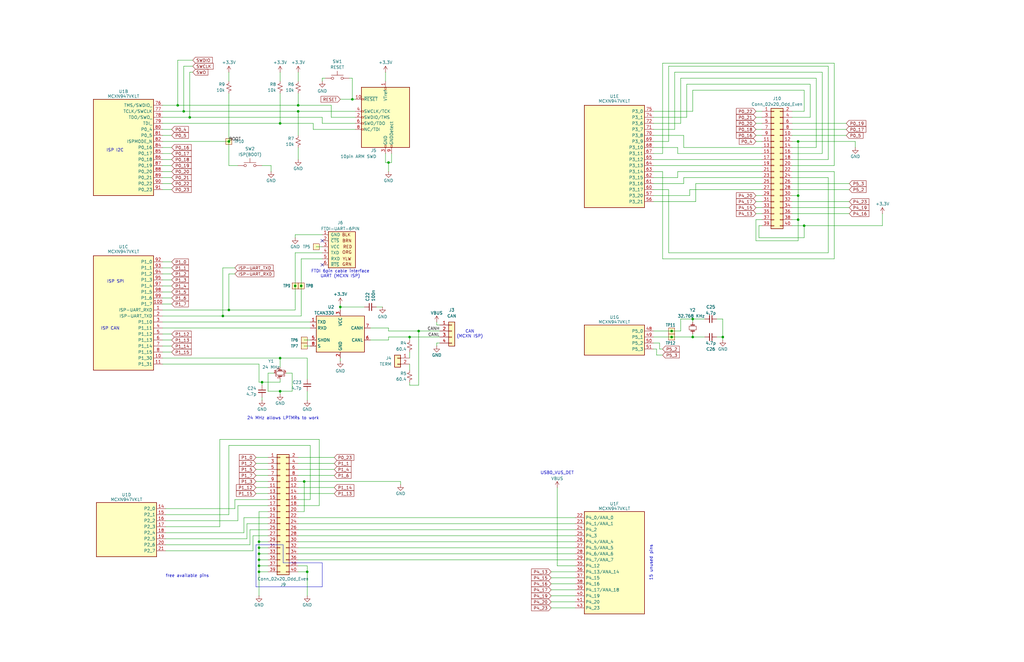
<source format=kicad_sch>
(kicad_sch (version 20250114) (generator "eeschema") (generator_version "9.0")
  (paper "B")
  (title_block (title "MCNX947KVLT Breakout") (date "2025-07-19") (rev "1.0") (company "Portland State Aerospace Society"))
  (text "24 MHz allows LPTMRs to work" (at 119.38 176.53 0) (effects (font (size 1.27 1.27))))
  (text "15 unused pins" (at 274.574 237.49 90) (effects (font (size 1.27 1.27))))
  (text "FTDI 6pin cable interface\nUART (MCXN ISP)" (at 143.51 115.57 0) (effects (font (size 1.27 1.27))))
  (text "USB0_VUS_DET\n" (at 234.95 199.644 0) (effects (font (size 1.27 1.27))))
  (text "CAN\n(MCXN ISP)" (at 198.12 140.97 0) (effects (font (size 1.27 1.27))))
  (text "free available pins" (at 78.994 243.078 0) (effects (font (size 1.27 1.27))))
  (text "ISP I2C" (at 48.514 63.5 0) (effects (font (size 1.27 1.27))))
  (text "ISP SPI" (at 48.768 118.872 0) (effects (font (size 1.27 1.27))))
  (text "ISP CAN" (at 46.482 138.684 0) (effects (font (size 1.27 1.27))))
  (junction (at 118.11 151.13))
  (junction (at 336.55 92.71))
  (junction (at 125.73 44.45))
  (junction (at 109.22 231.14))
  (junction (at 124.46 120.65))
  (junction (at 283.21 139.7))
  (junction (at 96.52 59.69))
  (junction (at 109.22 238.76))
  (junction (at 93.98 133.35))
  (junction (at 148.59 41.91))
  (junction (at 128.27 203.2))
  (junction (at 125.73 46.99))
  (junction (at 336.55 82.55))
  (junction (at 339.09 95.25))
  (junction (at 118.11 165.1))
  (junction (at 292.1 142.24))
  (junction (at 77.47 46.99))
  (junction (at 109.22 241.3))
  (junction (at 304.8 142.24))
  (junction (at 336.55 59.69))
  (junction (at 109.22 236.22))
  (junction (at 118.11 52.07))
  (junction (at 292.1 134.62))
  (junction (at 283.21 142.24))
  (junction (at 172.72 142.24))
  (junction (at 96.52 130.81))
  (junction (at 80.01 49.53))
  (junction (at 163.83 68.58))
  (junction (at 129.54 241.3))
  (junction (at 110.49 161.29))
  (junction (at 109.22 233.68))
  (junction (at 127 120.65))
  (junction (at 109.22 228.6))
  (junction (at 143.51 129.54))
  (junction (at 74.93 44.45))
  (junction (at 176.53 139.7))
  (no_connect (at 135.89 111.76))
  (no_connect (at 135.89 101.6))
  (polyline (pts (xy 135.89 237.49) (xy 119.38 237.49)))
  (wire (pts (xy 184.15 144.78) (xy 184.15 146.05)))
  (wire (pts (xy 137.16 33.02) (xy 135.89 33.02)))
  (wire (pts (xy 109.22 233.68) (xy 109.22 236.22)))
  (wire (pts (xy 349.25 27.94) (xy 349.25 67.31)))
  (wire (pts (xy 281.94 106.68) (xy 349.25 106.68)))
  (wire (pts (xy 110.49 167.64) (xy 110.49 168.91)))
  (wire (pts (xy 341.63 49.53) (xy 334.01 49.53)))
  (wire (pts (xy 232.41 254) (xy 242.57 254)))
  (wire (pts (xy 113.03 215.9) (xy 109.22 215.9)))
  (wire (pts (xy 275.59 85.09) (xy 293.37 85.09)))
  (wire (pts (xy 281.94 27.94) (xy 349.25 27.94)))
  (wire (pts (xy 135.89 49.53) (xy 135.89 52.07)))
  (wire (pts (xy 80.01 30.48) (xy 80.01 49.53)))
  (wire (pts (xy 118.11 160.02) (xy 118.11 161.29)))
  (wire (pts (xy 279.4 26.67) (xy 351.79 26.67)))
  (wire (pts (xy 320.04 95.25) (xy 320.04 100.33)))
  (wire (pts (xy 279.4 64.77) (xy 279.4 26.67)))
  (wire (pts (xy 69.85 229.87) (xy 105.41 229.87)))
  (wire (pts (xy 334.01 62.23) (xy 344.17 62.23)))
  (wire (pts (xy 232.41 243.84) (xy 242.57 243.84)))
  (wire (pts (xy 135.89 99.06) (xy 124.46 99.06)))
  (polyline (pts (xy 119.38 229.87) (xy 107.95 229.87)))
  (wire (pts (xy 341.63 35.56) (xy 341.63 49.53)))
  (wire (pts (xy 129.54 165.1) (xy 129.54 168.91)))
  (wire (pts (xy 129.54 241.3) (xy 129.54 251.46)))
  (wire (pts (xy 68.58 110.49) (xy 72.39 110.49)))
  (wire (pts (xy 285.75 62.23) (xy 285.75 64.77)))
  (wire (pts (xy 135.89 109.22) (xy 127 109.22)))
  (wire (pts (xy 339.09 38.1) (xy 339.09 46.99)))
  (wire (pts (xy 304.8 134.62) (xy 302.26 134.62)))
  (wire (pts (xy 185.42 139.7) (xy 176.53 139.7)))
  (wire (pts (xy 292.1 134.62) (xy 287.02 134.62)))
  (wire (pts (xy 278.13 147.32) (xy 278.13 144.78)))
  (wire (pts (xy 125.73 44.45) (xy 139.7 44.45)))
  (polyline (pts (xy 135.89 247.65) (xy 135.89 237.49)))
  (wire (pts (xy 334.01 87.63) (xy 358.14 87.63)))
  (wire (pts (xy 125.73 46.99) (xy 125.73 57.15)))
  (wire (pts (xy 234.95 205.74) (xy 234.95 238.76)))
  (wire (pts (xy 109.22 233.68) (xy 113.03 233.68)))
  (wire (pts (xy 68.58 120.65) (xy 72.39 120.65)))
  (wire (pts (xy 334.01 92.71) (xy 336.55 92.71)))
  (wire (pts (xy 125.73 198.12) (xy 140.97 198.12)))
  (wire (pts (xy 125.73 223.52) (xy 242.57 223.52)))
  (wire (pts (xy 232.41 246.38) (xy 242.57 246.38)))
  (wire (pts (xy 127 133.35) (xy 93.98 133.35)))
  (wire (pts (xy 118.11 151.13) (xy 68.58 151.13)))
  (wire (pts (xy 74.93 44.45) (xy 68.58 44.45)))
  (wire (pts (xy 275.59 69.85) (xy 321.31 69.85)))
  (wire (pts (xy 118.11 30.48) (xy 118.11 34.29)))
  (wire (pts (xy 68.58 125.73) (xy 72.39 125.73)))
  (wire (pts (xy 356.87 57.15) (xy 334.01 57.15)))
  (wire (pts (xy 287.02 139.7) (xy 283.21 139.7)))
  (wire (pts (xy 68.58 140.97) (xy 72.39 140.97)))
  (wire (pts (xy 232.41 251.46) (xy 242.57 251.46)))
  (wire (pts (xy 336.55 82.55) (xy 336.55 59.69)))
  (wire (pts (xy 149.86 41.91) (xy 148.59 41.91)))
  (wire (pts (xy 109.22 153.67) (xy 68.58 153.67)))
  (wire (pts (xy 232.41 256.54) (xy 242.57 256.54)))
  (wire (pts (xy 125.73 200.66) (xy 140.97 200.66)))
  (wire (pts (xy 275.59 49.53) (xy 289.56 49.53)))
  (wire (pts (xy 81.28 30.48) (xy 80.01 30.48)))
  (wire (pts (xy 158.75 129.54) (xy 161.29 129.54)))
  (wire (pts (xy 125.73 44.45) (xy 74.93 44.45)))
  (wire (pts (xy 275.59 72.39) (xy 279.4 72.39)))
  (wire (pts (xy 107.95 208.28) (xy 113.03 208.28)))
  (wire (pts (xy 360.68 59.69) (xy 360.68 62.23)))
  (wire (pts (xy 125.73 213.36) (xy 134.62 213.36)))
  (wire (pts (xy 68.58 77.47) (xy 72.39 77.47)))
  (wire (pts (xy 100.33 219.71) (xy 100.33 213.36)))
  (wire (pts (xy 118.11 161.29) (xy 110.49 161.29)))
  (wire (pts (xy 125.73 231.14) (xy 242.57 231.14)))
  (wire (pts (xy 102.87 218.44) (xy 113.03 218.44)))
  (wire (pts (xy 109.22 238.76) (xy 109.22 241.3)))
  (wire (pts (xy 125.73 203.2) (xy 128.27 203.2)))
  (wire (pts (xy 129.54 241.3) (xy 125.73 241.3)))
  (wire (pts (xy 107.95 205.74) (xy 113.03 205.74)))
  (wire (pts (xy 318.77 57.15) (xy 321.31 57.15)))
  (wire (pts (xy 334.01 85.09) (xy 358.14 85.09)))
  (wire (pts (xy 162.56 68.58) (xy 163.83 68.58)))
  (wire (pts (xy 351.79 72.39) (xy 334.01 72.39)))
  (wire (pts (xy 124.46 120.65) (xy 124.46 130.81)))
  (wire (pts (xy 69.85 224.79) (xy 102.87 224.79)))
  (wire (pts (xy 339.09 46.99) (xy 334.01 46.99)))
  (wire (pts (xy 110.49 161.29) (xy 109.22 161.29)))
  (wire (pts (xy 318.77 54.61) (xy 321.31 54.61)))
  (wire (pts (xy 99.06 115.57) (xy 96.52 115.57)))
  (wire (pts (xy 349.25 74.93) (xy 334.01 74.93)))
  (wire (pts (xy 275.59 77.47) (xy 288.29 77.47)))
  (wire (pts (xy 104.14 227.33) (xy 104.14 220.98)))
  (wire (pts (xy 275.59 67.31) (xy 321.31 67.31)))
  (wire (pts (xy 135.89 104.14) (xy 133.35 104.14)))
  (wire (pts (xy 293.37 85.09) (xy 293.37 77.47)))
  (wire (pts (xy 135.89 33.02) (xy 135.89 34.29)))
  (wire (pts (xy 304.8 142.24) (xy 302.26 142.24)))
  (wire (pts (xy 168.91 203.2) (xy 168.91 204.47)))
  (wire (pts (xy 125.73 30.48) (xy 125.73 34.29)))
  (wire (pts (xy 339.09 100.33) (xy 339.09 95.25)))
  (wire (pts (xy 281.94 59.69) (xy 281.94 27.94)))
  (wire (pts (xy 275.59 52.07) (xy 287.02 52.07)))
  (wire (pts (xy 172.72 161.29) (xy 172.72 162.56)))
  (wire (pts (xy 134.62 213.36) (xy 134.62 185.42)))
  (wire (pts (xy 68.58 128.27) (xy 72.39 128.27)))
  (wire (pts (xy 276.86 149.86) (xy 276.86 147.32)))
  (wire (pts (xy 275.59 62.23) (xy 285.75 62.23)))
  (wire (pts (xy 132.08 52.07) (xy 132.08 54.61)))
  (wire (pts (xy 318.77 101.6) (xy 336.55 101.6)))
  (polyline (pts (xy 107.95 229.87) (xy 107.95 247.65)))
  (wire (pts (xy 318.77 52.07) (xy 321.31 52.07)))
  (wire (pts (xy 69.85 227.33) (xy 104.14 227.33)))
  (wire (pts (xy 185.42 142.24) (xy 172.72 142.24)))
  (wire (pts (xy 172.72 162.56) (xy 176.53 162.56)))
  (wire (pts (xy 68.58 67.31) (xy 72.39 67.31)))
  (wire (pts (xy 107.95 193.04) (xy 113.03 193.04)))
  (wire (pts (xy 334.01 77.47) (xy 358.14 77.47)))
  (wire (pts (xy 123.19 165.1) (xy 118.11 165.1)))
  (wire (pts (xy 92.71 222.25) (xy 69.85 222.25)))
  (wire (pts (xy 143.51 129.54) (xy 143.51 130.81)))
  (wire (pts (xy 287.02 134.62) (xy 287.02 139.7)))
  (wire (pts (xy 109.22 236.22) (xy 113.03 236.22)))
  (wire (pts (xy 125.73 218.44) (xy 242.57 218.44)))
  (wire (pts (xy 125.73 220.98) (xy 242.57 220.98)))
  (wire (pts (xy 69.85 219.71) (xy 100.33 219.71)))
  (wire (pts (xy 107.95 200.66) (xy 113.03 200.66)))
  (wire (pts (xy 99.06 214.63) (xy 99.06 210.82)))
  (wire (pts (xy 68.58 115.57) (xy 72.39 115.57)))
  (wire (pts (xy 292.1 142.24) (xy 283.21 142.24)))
  (wire (pts (xy 109.22 231.14) (xy 113.03 231.14)))
  (wire (pts (xy 68.58 54.61) (xy 72.39 54.61)))
  (wire (pts (xy 290.83 82.55) (xy 290.83 80.01)))
  (wire (pts (xy 140.97 193.04) (xy 125.73 193.04)))
  (wire (pts (xy 115.57 157.48) (xy 113.03 157.48)))
  (wire (pts (xy 149.86 46.99) (xy 125.73 46.99)))
  (wire (pts (xy 69.85 217.17) (xy 96.52 217.17)))
  (wire (pts (xy 290.83 80.01) (xy 321.31 80.01)))
  (wire (pts (xy 106.68 232.41) (xy 106.68 226.06)))
  (wire (pts (xy 92.71 185.42) (xy 92.71 222.25)))
  (wire (pts (xy 334.01 59.69) (xy 336.55 59.69)))
  (wire (pts (xy 96.52 217.17) (xy 96.52 187.96)))
  (wire (pts (xy 334.01 80.01) (xy 358.14 80.01)))
  (wire (pts (xy 275.59 82.55) (xy 290.83 82.55)))
  (wire (pts (xy 113.03 165.1) (xy 118.11 165.1)))
  (wire (pts (xy 289.56 35.56) (xy 341.63 35.56)))
  (wire (pts (xy 69.85 214.63) (xy 99.06 214.63)))
  (wire (pts (xy 109.22 241.3) (xy 113.03 241.3)))
  (wire (pts (xy 318.77 92.71) (xy 318.77 101.6)))
  (wire (pts (xy 336.55 101.6) (xy 336.55 92.71)))
  (wire (pts (xy 140.97 208.28) (xy 125.73 208.28)))
  (wire (pts (xy 109.22 236.22) (xy 109.22 238.76)))
  (wire (pts (xy 80.01 49.53) (xy 68.58 49.53)))
  (wire (pts (xy 297.18 142.24) (xy 292.1 142.24)))
  (wire (pts (xy 99.06 113.03) (xy 93.98 113.03)))
  (wire (pts (xy 130.81 135.89) (xy 68.58 135.89)))
  (wire (pts (xy 68.58 146.05) (xy 72.39 146.05)))
  (wire (pts (xy 284.48 30.48) (xy 346.71 30.48)))
  (wire (pts (xy 96.52 130.81) (xy 68.58 130.81)))
  (wire (pts (xy 344.17 33.02) (xy 344.17 62.23)))
  (wire (pts (xy 334.01 82.55) (xy 336.55 82.55)))
  (wire (pts (xy 318.77 49.53) (xy 321.31 49.53)))
  (wire (pts (xy 124.46 106.68) (xy 124.46 120.65)))
  (wire (pts (xy 125.73 228.6) (xy 242.57 228.6)))
  (wire (pts (xy 118.11 39.37) (xy 118.11 52.07)))
  (wire (pts (xy 184.15 137.16) (xy 184.15 135.89)))
  (wire (pts (xy 93.98 133.35) (xy 68.58 133.35)))
  (wire (pts (xy 109.22 228.6) (xy 113.03 228.6)))
  (wire (pts (xy 109.22 231.14) (xy 109.22 233.68)))
  (wire (pts (xy 96.52 30.48) (xy 96.52 34.29)))
  (wire (pts (xy 123.19 157.48) (xy 123.19 165.1)))
  (wire (pts (xy 96.52 59.69) (xy 68.58 59.69)))
  (wire (pts (xy 287.02 33.02) (xy 344.17 33.02)))
  (wire (pts (xy 356.87 54.61) (xy 334.01 54.61)))
  (wire (pts (xy 124.46 99.06) (xy 124.46 100.33)))
  (wire (pts (xy 125.73 233.68) (xy 242.57 233.68)))
  (wire (pts (xy 68.58 57.15) (xy 72.39 57.15)))
  (wire (pts (xy 74.93 25.4) (xy 74.93 44.45)))
  (wire (pts (xy 127 109.22) (xy 127 120.65)))
  (wire (pts (xy 334.01 67.31) (xy 349.25 67.31)))
  (wire (pts (xy 163.83 138.43) (xy 156.21 138.43)))
  (wire (pts (xy 279.4 149.86) (xy 276.86 149.86)))
  (wire (pts (xy 147.32 33.02) (xy 148.59 33.02)))
  (wire (pts (xy 130.81 210.82) (xy 125.73 210.82)))
  (wire (pts (xy 68.58 123.19) (xy 72.39 123.19)))
  (wire (pts (xy 162.56 30.48) (xy 162.56 34.29)))
  (wire (pts (xy 99.06 210.82) (xy 113.03 210.82)))
  (wire (pts (xy 124.46 130.81) (xy 96.52 130.81)))
  (wire (pts (xy 77.47 27.94) (xy 77.47 46.99)))
  (wire (pts (xy 275.59 59.69) (xy 281.94 59.69)))
  (wire (pts (xy 234.95 238.76) (xy 242.57 238.76)))
  (wire (pts (xy 275.59 46.99) (xy 292.1 46.99)))
  (wire (pts (xy 278.13 144.78) (xy 275.59 144.78)))
  (wire (pts (xy 297.18 134.62) (xy 292.1 134.62)))
  (wire (pts (xy 292.1 38.1) (xy 339.09 38.1)))
  (wire (pts (xy 172.72 148.59) (xy 172.72 151.13)))
  (wire (pts (xy 139.7 44.45) (xy 139.7 49.53)))
  (wire (pts (xy 285.75 64.77) (xy 321.31 64.77)))
  (wire (pts (xy 132.08 54.61) (xy 149.86 54.61)))
  (wire (pts (xy 125.73 226.06) (xy 242.57 226.06)))
  (wire (pts (xy 109.22 161.29) (xy 109.22 153.67)))
  (wire (pts (xy 68.58 118.11) (xy 72.39 118.11)))
  (wire (pts (xy 68.58 80.01) (xy 72.39 80.01)))
  (wire (pts (xy 105.41 229.87) (xy 105.41 223.52)))
  (wire (pts (xy 318.77 82.55) (xy 321.31 82.55)))
  (wire (pts (xy 334.01 95.25) (xy 339.09 95.25)))
  (wire (pts (xy 104.14 220.98) (xy 113.03 220.98)))
  (wire (pts (xy 288.29 74.93) (xy 321.31 74.93)))
  (wire (pts (xy 372.11 95.25) (xy 372.11 90.17)))
  (wire (pts (xy 129.54 151.13) (xy 118.11 151.13)))
  (wire (pts (xy 289.56 49.53) (xy 289.56 35.56)))
  (wire (pts (xy 68.58 62.23) (xy 72.39 62.23)))
  (wire (pts (xy 96.52 69.85) (xy 100.33 69.85)))
  (wire (pts (xy 334.01 90.17) (xy 358.14 90.17)))
  (wire (pts (xy 148.59 33.02) (xy 148.59 41.91)))
  (wire (pts (xy 275.59 54.61) (xy 284.48 54.61)))
  (wire (pts (xy 336.55 92.71) (xy 336.55 82.55)))
  (wire (pts (xy 283.21 142.24) (xy 275.59 142.24)))
  (wire (pts (xy 339.09 95.25) (xy 372.11 95.25)))
  (wire (pts (xy 68.58 148.59) (xy 72.39 148.59)))
  (wire (pts (xy 285.75 72.39) (xy 321.31 72.39)))
  (wire (pts (xy 125.73 46.99) (xy 77.47 46.99)))
  (wire (pts (xy 165.1 64.77) (xy 165.1 68.58)))
  (wire (pts (xy 334.01 64.77) (xy 346.71 64.77)))
  (wire (pts (xy 288.29 77.47) (xy 288.29 74.93)))
  (wire (pts (xy 96.52 187.96) (xy 130.81 187.96)))
  (wire (pts (xy 130.81 143.51) (xy 128.27 143.51)))
  (wire (pts (xy 81.28 27.94) (xy 77.47 27.94)))
  (wire (pts (xy 127 120.65) (xy 127 133.35)))
  (wire (pts (xy 102.87 224.79) (xy 102.87 218.44)))
  (wire (pts (xy 336.55 59.69) (xy 360.68 59.69)))
  (wire (pts (xy 135.89 49.53) (xy 80.01 49.53)))
  (wire (pts (xy 129.54 238.76) (xy 125.73 238.76)))
  (wire (pts (xy 321.31 92.71) (xy 318.77 92.71)))
  (wire (pts (xy 110.49 162.56) (xy 110.49 161.29)))
  (wire (pts (xy 106.68 226.06) (xy 113.03 226.06)))
  (wire (pts (xy 356.87 52.07) (xy 334.01 52.07)))
  (wire (pts (xy 275.59 74.93) (xy 285.75 74.93)))
  (wire (pts (xy 68.58 69.85) (xy 72.39 69.85)))
  (wire (pts (xy 118.11 165.1) (xy 118.11 166.37)))
  (wire (pts (xy 284.48 54.61) (xy 284.48 30.48)))
  (wire (pts (xy 120.65 157.48) (xy 123.19 157.48)))
  (wire (pts (xy 118.11 52.07) (xy 68.58 52.07)))
  (wire (pts (xy 351.79 26.67) (xy 351.79 69.85)))
  (wire (pts (xy 279.4 109.22) (xy 351.79 109.22)))
  (wire (pts (xy 275.59 64.77) (xy 279.4 64.77)))
  (wire (pts (xy 118.11 52.07) (xy 132.08 52.07)))
  (wire (pts (xy 107.95 203.2) (xy 113.03 203.2)))
  (wire (pts (xy 349.25 106.68) (xy 349.25 74.93)))
  (wire (pts (xy 176.53 139.7) (xy 176.53 162.56)))
  (wire (pts (xy 163.83 139.7) (xy 163.83 138.43)))
  (wire (pts (xy 93.98 113.03) (xy 93.98 133.35)))
  (wire (pts (xy 68.58 113.03) (xy 72.39 113.03)))
  (wire (pts (xy 288.29 62.23) (xy 321.31 62.23)))
  (wire (pts (xy 109.22 215.9) (xy 109.22 228.6)))
  (wire (pts (xy 130.81 187.96) (xy 130.81 210.82)))
  (wire (pts (xy 69.85 232.41) (xy 106.68 232.41)))
  (wire (pts (xy 318.77 85.09) (xy 321.31 85.09)))
  (wire (pts (xy 96.52 39.37) (xy 96.52 59.69)))
  (wire (pts (xy 185.42 137.16) (xy 184.15 137.16)))
  (wire (pts (xy 334.01 69.85) (xy 351.79 69.85)))
  (wire (pts (xy 114.3 72.39) (xy 114.3 69.85)))
  (wire (pts (xy 275.59 57.15) (xy 288.29 57.15)))
  (wire (pts (xy 107.95 195.58) (xy 113.03 195.58)))
  (wire (pts (xy 304.8 142.24) (xy 304.8 143.51)))
  (wire (pts (xy 283.21 139.7) (xy 275.59 139.7)))
  (wire (pts (xy 129.54 238.76) (xy 129.54 241.3)))
  (wire (pts (xy 109.22 238.76) (xy 113.03 238.76)))
  (wire (pts (xy 68.58 64.77) (xy 72.39 64.77)))
  (wire (pts (xy 114.3 69.85) (xy 110.49 69.85)))
  (wire (pts (xy 143.51 128.27) (xy 143.51 129.54)))
  (wire (pts (xy 130.81 138.43) (xy 68.58 138.43)))
  (wire (pts (xy 287.02 52.07) (xy 287.02 33.02)))
  (wire (pts (xy 118.11 154.94) (xy 118.11 151.13)))
  (wire (pts (xy 185.42 144.78) (xy 184.15 144.78)))
  (wire (pts (xy 140.97 205.74) (xy 125.73 205.74)))
  (wire (pts (xy 275.59 80.01) (xy 281.94 80.01)))
  (wire (pts (xy 172.72 142.24) (xy 163.83 142.24)))
  (wire (pts (xy 163.83 68.58) (xy 163.83 72.39)))
  (wire (pts (xy 109.22 241.3) (xy 109.22 251.46)))
  (wire (pts (xy 125.73 62.23) (xy 125.73 67.31)))
  (wire (pts (xy 293.37 77.47) (xy 321.31 77.47)))
  (wire (pts (xy 232.41 241.3) (xy 242.57 241.3)))
  (wire (pts (xy 292.1 46.99) (xy 292.1 38.1)))
  (wire (pts (xy 318.77 59.69) (xy 321.31 59.69)))
  (wire (pts (xy 148.59 41.91) (xy 143.51 41.91)))
  (wire (pts (xy 318.77 46.99) (xy 321.31 46.99)))
  (wire (pts (xy 176.53 139.7) (xy 163.83 139.7)))
  (wire (pts (xy 320.04 100.33) (xy 339.09 100.33)))
  (wire (pts (xy 143.51 151.13) (xy 143.51 152.4)))
  (wire (pts (xy 105.41 223.52) (xy 113.03 223.52)))
  (wire (pts (xy 96.52 59.69) (xy 96.52 69.85)))
  (wire (pts (xy 172.72 142.24) (xy 172.72 143.51)))
  (wire (pts (xy 135.89 106.68) (xy 124.46 106.68)))
  (wire (pts (xy 292.1 135.89) (xy 292.1 134.62)))
  (wire (pts (xy 140.97 195.58) (xy 125.73 195.58)))
  (wire (pts (xy 107.95 198.12) (xy 113.03 198.12)))
  (wire (pts (xy 81.28 25.4) (xy 74.93 25.4)))
  (wire (pts (xy 77.47 46.99) (xy 68.58 46.99)))
  (polyline (pts (xy 107.95 247.65) (xy 135.89 247.65)))
  (wire (pts (xy 279.4 147.32) (xy 278.13 147.32)))
  (wire (pts (xy 351.79 109.22) (xy 351.79 72.39)))
  (wire (pts (xy 130.81 146.05) (xy 128.27 146.05)))
  (wire (pts (xy 125.73 215.9) (xy 128.27 215.9)))
  (wire (pts (xy 149.86 52.07) (xy 135.89 52.07)))
  (wire (pts (xy 109.22 228.6) (xy 109.22 231.14)))
  (wire (pts (xy 113.03 157.48) (xy 113.03 165.1)))
  (wire (pts (xy 134.62 185.42) (xy 92.71 185.42)))
  (wire (pts (xy 279.4 72.39) (xy 279.4 109.22)))
  (wire (pts (xy 125.73 39.37) (xy 125.73 44.45)))
  (wire (pts (xy 288.29 57.15) (xy 288.29 62.23)))
  (wire (pts (xy 232.41 248.92) (xy 242.57 248.92)))
  (wire (pts (xy 165.1 68.58) (xy 163.83 68.58)))
  (wire (pts (xy 172.72 153.67) (xy 172.72 156.21)))
  (wire (pts (xy 304.8 134.62) (xy 304.8 142.24)))
  (wire (pts (xy 163.83 142.24) (xy 163.83 143.51)))
  (wire (pts (xy 346.71 30.48) (xy 346.71 64.77)))
  (wire (pts (xy 129.54 151.13) (xy 129.54 160.02)))
  (wire (pts (xy 100.33 213.36) (xy 113.03 213.36)))
  (wire (pts (xy 318.77 90.17) (xy 321.31 90.17)))
  (wire (pts (xy 285.75 74.93) (xy 285.75 72.39)))
  (wire (pts (xy 68.58 143.51) (xy 72.39 143.51)))
  (wire (pts (xy 318.77 87.63) (xy 321.31 87.63)))
  (wire (pts (xy 125.73 236.22) (xy 242.57 236.22)))
  (wire (pts (xy 139.7 49.53) (xy 149.86 49.53)))
  (wire (pts (xy 143.51 129.54) (xy 153.67 129.54)))
  (polyline (pts (xy 119.38 237.49) (xy 119.38 229.87)))
  (wire (pts (xy 281.94 80.01) (xy 281.94 106.68)))
  (wire (pts (xy 162.56 64.77) (xy 162.56 68.58)))
  (wire (pts (xy 96.52 115.57) (xy 96.52 130.81)))
  (wire (pts (xy 128.27 203.2) (xy 168.91 203.2)))
  (wire (pts (xy 321.31 95.25) (xy 320.04 95.25)))
  (wire (pts (xy 128.27 203.2) (xy 128.27 215.9)))
  (wire (pts (xy 276.86 147.32) (xy 275.59 147.32)))
  (wire (pts (xy 292.1 142.24) (xy 292.1 140.97)))
  (wire (pts (xy 68.58 72.39) (xy 72.39 72.39)))
  (wire (pts (xy 68.58 74.93) (xy 72.39 74.93)))
  (wire (pts (xy 163.83 143.51) (xy 156.21 143.51)))
  (label "CANL" (at 185.42 142.24 180))
  (label "BOOT" (at 96.52 59.69 0))
  (label "CANH" (at 185.42 139.7 180))
  (global_label "SWO" (shape input) (at 81.28 30.48 0) (property "Intersheetrefs" "${INTERSHEET_REFS}" (effects (hide yes))))
  (global_label "P1_15" (shape input) (at 72.39 148.59 0) (property "Intersheetrefs" "${INTERSHEET_REFS}" (effects (hide yes))))
  (global_label "P1_12" (shape input) (at 107.95 205.74 180) (property "Intersheetrefs" "${INTERSHEET_REFS}" (effects (hide yes))))
  (global_label "P0_19" (shape input) (at 72.39 69.85 0) (property "Intersheetrefs" "${INTERSHEET_REFS}" (effects (hide yes))))
  (global_label "P0_23" (shape input) (at 140.97 193.04 0) (property "Intersheetrefs" "${INTERSHEET_REFS}" (effects (hide yes))))
  (global_label "P0_20" (shape input) (at 72.39 72.39 0) (property "Intersheetrefs" "${INTERSHEET_REFS}" (effects (hide yes))))
  (global_label "P5_3" (shape input) (at 358.14 77.47 0) (property "Intersheetrefs" "${INTERSHEET_REFS}" (effects (hide yes))))
  (global_label "P0_21" (shape input) (at 318.77 49.53 180) (property "Intersheetrefs" "${INTERSHEET_REFS}" (effects (hide yes))))
  (global_label "P5_2" (shape input) (at 358.14 80.01 0) (property "Intersheetrefs" "${INTERSHEET_REFS}" (effects (hide yes))))
  (global_label "P1_5" (shape input) (at 107.95 198.12 180) (property "Intersheetrefs" "${INTERSHEET_REFS}" (effects (hide yes))))
  (global_label "P4_16" (shape input) (at 232.41 246.38 180) (property "Intersheetrefs" "${INTERSHEET_REFS}" (effects (hide yes))))
  (global_label "P1_0" (shape input) (at 72.39 110.49 0) (property "Intersheetrefs" "${INTERSHEET_REFS}" (effects (hide yes))))
  (global_label "P4_23" (shape input) (at 232.41 256.54 180) (property "Intersheetrefs" "${INTERSHEET_REFS}" (effects (hide yes))))
  (global_label "P4_20" (shape input) (at 318.77 82.55 180) (property "Intersheetrefs" "${INTERSHEET_REFS}" (effects (hide yes))))
  (global_label "P1_6" (shape input) (at 72.39 125.73 0) (property "Intersheetrefs" "${INTERSHEET_REFS}" (effects (hide yes))))
  (global_label "P0_4" (shape input) (at 72.39 54.61 0) (property "Intersheetrefs" "${INTERSHEET_REFS}" (effects (hide yes))))
  (global_label "P4_16" (shape input) (at 358.14 90.17 0) (property "Intersheetrefs" "${INTERSHEET_REFS}" (effects (hide yes))))
  (global_label "P4_15" (shape input) (at 232.41 243.84 180) (property "Intersheetrefs" "${INTERSHEET_REFS}" (effects (hide yes))))
  (global_label "P1_6" (shape input) (at 140.97 200.66 0) (property "Intersheetrefs" "${INTERSHEET_REFS}" (effects (hide yes))))
  (global_label "P1_1" (shape input) (at 72.39 113.03 0) (property "Intersheetrefs" "${INTERSHEET_REFS}" (effects (hide yes))))
  (global_label "P0_23" (shape input) (at 72.39 80.01 0) (property "Intersheetrefs" "${INTERSHEET_REFS}" (effects (hide yes))))
  (global_label "P1_4" (shape input) (at 140.97 198.12 0) (property "Intersheetrefs" "${INTERSHEET_REFS}" (effects (hide yes))))
  (global_label "P0_17" (shape input) (at 72.39 64.77 0) (property "Intersheetrefs" "${INTERSHEET_REFS}" (effects (hide yes))))
  (global_label "P4_17" (shape input) (at 232.41 248.92 180) (property "Intersheetrefs" "${INTERSHEET_REFS}" (effects (hide yes))))
  (global_label "P0_5" (shape input) (at 356.87 57.15 0) (property "Intersheetrefs" "${INTERSHEET_REFS}" (effects (hide yes))))
  (global_label "P1_3" (shape input) (at 107.95 203.2 180) (property "Intersheetrefs" "${INTERSHEET_REFS}" (effects (hide yes))))
  (global_label "P1_12" (shape input) (at 72.39 140.97 0) (property "Intersheetrefs" "${INTERSHEET_REFS}" (effects (hide yes))))
  (global_label "P1_1" (shape input) (at 140.97 195.58 0) (property "Intersheetrefs" "${INTERSHEET_REFS}" (effects (hide yes))))
  (global_label "P0_21" (shape input) (at 72.39 74.93 0) (property "Intersheetrefs" "${INTERSHEET_REFS}" (effects (hide yes))))
  (global_label "P0_5" (shape input) (at 72.39 57.15 0) (property "Intersheetrefs" "${INTERSHEET_REFS}" (effects (hide yes))))
  (global_label "P0_19" (shape input) (at 356.87 52.07 0) (property "Intersheetrefs" "${INTERSHEET_REFS}" (effects (hide yes))))
  (global_label "P4_13" (shape input) (at 318.77 90.17 180) (property "Intersheetrefs" "${INTERSHEET_REFS}" (effects (hide yes))))
  (global_label "ISP-UART_RXD" (shape input) (at 99.06 115.57 0) (property "Intersheetrefs" "${INTERSHEET_REFS}" (effects (hide yes))))
  (global_label "P0_4" (shape input) (at 318.77 59.69 180) (property "Intersheetrefs" "${INTERSHEET_REFS}" (effects (hide yes))))
  (global_label "P1_2" (shape input) (at 107.95 195.58 180) (property "Intersheetrefs" "${INTERSHEET_REFS}" (effects (hide yes))))
  (global_label "P1_13" (shape input) (at 72.39 143.51 0) (property "Intersheetrefs" "${INTERSHEET_REFS}" (effects (hide yes))))
  (global_label "P0_18" (shape input) (at 72.39 67.31 0) (property "Intersheetrefs" "${INTERSHEET_REFS}" (effects (hide yes))))
  (global_label "P1_0" (shape input) (at 107.95 193.04 180) (property "Intersheetrefs" "${INTERSHEET_REFS}" (effects (hide yes))))
  (global_label "P5_2" (shape input) (at 279.4 147.32 0) (property "Intersheetrefs" "${INTERSHEET_REFS}" (effects (hide yes))))
  (global_label "P1_5" (shape input) (at 72.39 123.19 0) (property "Intersheetrefs" "${INTERSHEET_REFS}" (effects (hide yes))))
  (global_label "P1_14" (shape input) (at 140.97 205.74 0) (property "Intersheetrefs" "${INTERSHEET_REFS}" (effects (hide yes))))
  (global_label "P0_22" (shape input) (at 72.39 77.47 0) (property "Intersheetrefs" "${INTERSHEET_REFS}" (effects (hide yes))))
  (global_label "ISP-UART_TXD" (shape input) (at 99.06 113.03 0) (property "Intersheetrefs" "${INTERSHEET_REFS}" (effects (hide yes))))
  (global_label "P1_13" (shape input) (at 140.97 208.28 0) (property "Intersheetrefs" "${INTERSHEET_REFS}" (effects (hide yes))))
  (global_label "P1_2" (shape input) (at 72.39 115.57 0) (property "Intersheetrefs" "${INTERSHEET_REFS}" (effects (hide yes))))
  (global_label "P4_19" (shape input) (at 232.41 251.46 180) (property "Intersheetrefs" "${INTERSHEET_REFS}" (effects (hide yes))))
  (global_label "P4_17" (shape input) (at 318.77 85.09 180) (property "Intersheetrefs" "${INTERSHEET_REFS}" (effects (hide yes))))
  (global_label "P1_7" (shape input) (at 72.39 128.27 0) (property "Intersheetrefs" "${INTERSHEET_REFS}" (effects (hide yes))))
  (global_label "P0_18" (shape input) (at 318.77 54.61 180) (property "Intersheetrefs" "${INTERSHEET_REFS}" (effects (hide yes))))
  (global_label "P0_20" (shape input) (at 318.77 52.07 180) (property "Intersheetrefs" "${INTERSHEET_REFS}" (effects (hide yes))))
  (global_label "P4_19" (shape input) (at 358.14 87.63 0) (property "Intersheetrefs" "${INTERSHEET_REFS}" (effects (hide yes))))
  (global_label "P4_20" (shape input) (at 232.41 254 180) (property "Intersheetrefs" "${INTERSHEET_REFS}" (effects (hide yes))))
  (global_label "P1_3" (shape input) (at 72.39 118.11 0) (property "Intersheetrefs" "${INTERSHEET_REFS}" (effects (hide yes))))
  (global_label "P0_16" (shape input) (at 318.77 57.15 180) (property "Intersheetrefs" "${INTERSHEET_REFS}" (effects (hide yes))))
  (global_label "RESET" (shape input) (at 143.51 41.91 180) (property "Intersheetrefs" "${INTERSHEET_REFS}" (effects (hide yes))))
  (global_label "P0_16" (shape input) (at 72.39 62.23 0) (property "Intersheetrefs" "${INTERSHEET_REFS}" (effects (hide yes))))
  (global_label "P4_13" (shape input) (at 232.41 241.3 180) (property "Intersheetrefs" "${INTERSHEET_REFS}" (effects (hide yes))))
  (global_label "P1_7" (shape input) (at 107.95 200.66 180) (property "Intersheetrefs" "${INTERSHEET_REFS}" (effects (hide yes))))
  (global_label "P1_14" (shape input) (at 72.39 146.05 0) (property "Intersheetrefs" "${INTERSHEET_REFS}" (effects (hide yes))))
  (global_label "P1_15" (shape input) (at 107.95 208.28 180) (property "Intersheetrefs" "${INTERSHEET_REFS}" (effects (hide yes))))
  (global_label "P4_15" (shape input) (at 318.77 87.63 180) (property "Intersheetrefs" "${INTERSHEET_REFS}" (effects (hide yes))))
  (global_label "SWDIO" (shape input) (at 81.28 25.4 0) (property "Intersheetrefs" "${INTERSHEET_REFS}" (effects (hide yes))))
  (global_label "SWCLK" (shape input) (at 81.28 27.94 0) (property "Intersheetrefs" "${INTERSHEET_REFS}" (effects (hide yes))))
  (global_label "P1_4" (shape input) (at 72.39 120.65 0) (property "Intersheetrefs" "${INTERSHEET_REFS}" (effects (hide yes))))
  (global_label "P0_22" (shape input) (at 318.77 46.99 180) (property "Intersheetrefs" "${INTERSHEET_REFS}" (effects (hide yes))))
  (global_label "P4_23" (shape input) (at 358.14 85.09 0) (property "Intersheetrefs" "${INTERSHEET_REFS}" (effects (hide yes))))
  (global_label "P0_17" (shape input) (at 356.87 54.61 0) (property "Intersheetrefs" "${INTERSHEET_REFS}" (effects (hide yes))))
  (global_label "P5_3" (shape input) (at 279.4 149.86 0) (property "Intersheetrefs" "${INTERSHEET_REFS}" (effects (hide yes))))
  (symbol (lib_id "oresat-misc:Test-Point-0.75mm-th") (at 124.46 120.65 270) (mirror x) (unit 1) (exclude_from_sim yes) (in_bom no)
    (property "Reference" "TP9" (at 119.38 120.65 90) (effects (font (size 1.27 1.0795)) (justify left)))
    (property "Value" "Test-Point" (effects (hide yes)))
    (property "Footprint" "oresat-misc:TestPoint-0.75mm-th" (effects (hide yes)))
    (property "Description" "0.75 mm TH test point; good for scope probes and jumpers" (effects (hide yes)))
  )
  (symbol (lib_id "oresat-misc:Test-Point-0.75mm-th") (at 127 120.65 90) (unit 1) (exclude_from_sim yes) (in_bom no)
    (property "Reference" "TP8" (at 132.08 120.65 90) (effects (font (size 1.27 1.0795)) (justify left)))
    (property "Value" "Test-Point" (effects (hide yes)))
    (property "Footprint" "oresat-misc:TestPoint-0.75mm-th" (effects (hide yes)))
    (property "Description" "0.75 mm TH test point; good for scope probes and jumpers" (effects (hide yes)))
  )
  (symbol (lib_id "power:GND") (at 129.54 251.46 0) (mirror y) (unit 1)
    (property "Reference" "#PWR060" (effects (hide yes)))
    (property "Value" "GND" (at 129.54 255.27 0))
    (property "Description" "Power symbol creates a global label with name \"GND\" , ground" (effects (hide yes)))
  )
  (symbol (lib_id "oresat-misc:Test-Point-0.75mm-th") (at 128.27 146.05 0) (mirror y) (unit 1) (exclude_from_sim yes) (in_bom no)
    (property "Reference" "TP7" (at 125.73 146.0499 0) (effects (font (size 1.27 1.0795)) (justify left)))
    (property "Value" "Test-Point" (effects (hide yes)))
    (property "Footprint" "oresat-misc:TestPoint-0.75mm-th" (effects (hide yes)))
    (property "Description" "0.75 mm TH test point; good for scope probes and jumpers" (effects (hide yes)))
  )
  (symbol (lib_id "power:GND") (at 143.51 152.4 0) (mirror y) (unit 1)
    (property "Reference" "#PWR042" (effects (hide yes)))
    (property "Value" "GND" (at 143.51 156.5331 0))
    (property "Description" "Power symbol creates a global label with name \"GND\" , ground" (effects (hide yes)))
  )
  (symbol (lib_id "oresat-ics:MCXN947VKLT") (at 53.34 223.52 0) (mirror y) (unit 4)
    (property "Reference" "U1" (at 53.34 208.788 0))
    (property "Value" "MCXN947VKLT" (at 53.34 210.82 0))
    (property "Footprint" "oresat-ics:MCXN947KVLT-QFP50P1600X1600X160-101N" (effects (hide yes)))
    (property "Datasheet" "https://www.nxp.com/docs/en/data-sheet/MCXNx4xDS.pdf" (effects (hide yes)))
    (property "Description" "ARM Microcontrollers - MCU MCXN10, 100HLQFP (also MCXN947VNLT)" (effects (hide yes)))
    (property "MFR" "NXP" (effects (hide yes)))
    (property "MPN" "MCXN947VKLT" (effects (hide yes)))
    (pin "77" (alternate "TCLK/SWCLK"))
    (pin "79" (alternate "TDI "))
    (pin "76" (alternate "TMS/SWDIO "))
    (pin "78" (alternate "TDO/SWO "))
    (pin "82" (alternate "ISPMODE_N"))
  )
  (symbol (lib_id "Device:R_Small_US") (at 125.73 36.83 0) (mirror x) (unit 1)
    (property "Reference" "R6" (at 124.079 35.6178 0) (effects (justify right)))
    (property "Value" "10k" (at 124.079 38.0421 0) (effects (justify right)))
    (property "Footprint" "oresat-passives:0603-C-NOSILK" (effects (hide yes)))
    (property "Description" "10 kOhms ±1% 0.1W, 1/10W Chip Resistor 0603 (1608 Metric) Automotive AEC-Q200 Thick Film" (effects (hide yes)))
    (property "MFR" "Stackpole Electronics Inc" (effects (hide yes)))
    (property "MPN" "RMCF0603FT10K0" (effects (hide yes)))
  )
  (symbol (lib_id "power:GND") (at 114.3 72.39 0) (mirror y) (unit 1)
    (property "Reference" "#PWR047" (effects (hide yes)))
    (property "Value" "GND" (at 114.3 76.2 0))
    (property "Description" "Power symbol creates a global label with name \"GND\" , ground" (effects (hide yes)))
  )
  (symbol (lib_id "power:+3.3V") (at 372.11 90.17 0) (unit 1)
    (property "Reference" "#PWR035" (effects (hide yes)))
    (property "Value" "+3.3V" (at 372.11 86.0369 0))
    (property "Description" "Power symbol creates a global label with name \"+3.3V\"" (effects (hide yes)))
  )
  (symbol (lib_id "Connector:Conn_ARM_JTAG_SWD_10") (at 162.56 49.53 0) (mirror y) (unit 1)
    (property "Reference" "J5" (at 158.75 63.5 0) (effects (justify left)))
    (property "Value" "10pin ARM SWD" (at 158.75 66.04 0) (effects (justify left)))
    (property "Footprint" "Connector_PinHeader_1.27mm:PinHeader_2x05_P1.27mm_Vertical" (effects (hide yes)))
    (property "Datasheet" "http://infocenter.arm.com/help/topic/com.arm.doc.ddi0314h/DDI0314H_coresight_components_trm.pdf" (effects (hide yes)))
    (property "Description" "Cortex Debug Connector, standard ARM Cortex-M SWD and JTAG interface" (effects (hide yes)))
    (property "MFR" "GCT" (effects (hide yes)))
    (property "MPN" "BD120-10-A-0305-0229-L-B" (effects (hide yes)))
  )
  (symbol (lib_id "Connector_Generic:Conn_01x02") (at 167.64 151.13 0) (mirror y) (unit 1)
    (property "Reference" "J4" (at 165.1 151.1299 0) (effects (justify left)))
    (property "Value" "TERM" (at 165.1 153.6699 0) (effects (justify left)))
    (property "Footprint" "Connector_PinHeader_2.54mm:PinHeader_1x02_P2.54mm_Vertical" (effects (hide yes)))
    (property "Description" "Generic connector, single row, 01x02, script generated (kicad-library-utils/schlib/autogen/connector/)" (effects (hide yes)))
    (property "MFR" "Adam Tech" (effects (hide yes)))
    (property "MPN" "PH1-02-UA" (effects (hide yes)))
  )
  (symbol (lib_id "Device:R_Small_US") (at 172.72 146.05 0) (mirror x) (unit 1)
    (property "Reference" "R4" (at 171.45 144.78 0) (effects (justify right)))
    (property "Value" "60.4" (at 171.45 147.32 0) (effects (justify right)))
    (property "Footprint" "oresat-passives:0603-C-NOSILK" (effects (hide yes)))
    (property "Description" "60.4 Ohms ±1% 0.1W, 1/10W Chip Resistor 0603 (1608 Metric) Automotive AEC-Q200 Thick Film" (effects (hide yes)))
    (property "MFR" "Stackpole Electronics Inc" (effects (hide yes)))
    (property "MPN" "RMCF0603FT60R4" (effects (hide yes)))
  )
  (symbol (lib_id "Connector_Generic:Conn_02x20_Odd_Even") (at 118.11 215.9 0) (unit 1)
    (property "Reference" "J9" (at 119.38 246.7145 0))
    (property "Value" "Conn_02x20_Odd_Even" (at 119.38 244.2902 0))
    (property "Footprint" "Connector_PinHeader_2.54mm:PinHeader_2x20_P2.54mm_Vertical" (effects (hide yes)))
    (property "Description" "Generic connector, double row, 02x20, odd/even pin numbering scheme (row 1 odd numbers, row 2 even numbers), script generated (kicad-library-utils/schlib/autogen/connector/)" (effects (hide yes)))
    (property "MFR" "Adam Tech" (effects (hide yes)))
    (property "MPN" "PH2-20-UA" (effects (hide yes)))
  )
  (symbol (lib_id "power:GND") (at 118.11 166.37 0) (mirror y) (unit 1)
    (property "Reference" "#PWR050" (effects (hide yes)))
    (property "Value" "GND" (at 118.11 170.18 0))
    (property "Description" "Power symbol creates a global label with name \"GND\" , ground" (effects (hide yes)))
  )
  (symbol (lib_id "power:GND") (at 163.83 72.39 0) (mirror y) (unit 1)
    (property "Reference" "#PWR038" (effects (hide yes)))
    (property "Value" "GND" (at 163.83 76.2 0))
    (property "Description" "Power symbol creates a global label with name \"GND\" , ground" (effects (hide yes)))
  )
  (symbol (lib_id "power:+3.3V") (at 96.52 30.48 0) (mirror y) (unit 1)
    (property "Reference" "#PWR051" (effects (hide yes)))
    (property "Value" "+3.3V" (at 96.52 26.3469 0))
    (property "Description" "Power symbol creates a global label with name \"+3.3V\"" (effects (hide yes)))
  )
  (symbol (lib_id "power:VBUS") (at 234.95 205.74 0) (mirror y) (unit 1)
    (property "Reference" "#PWR054" (effects (hide yes)))
    (property "Value" "VBUS" (at 234.95 201.93 0))
    (property "Description" "Power symbol creates a global label with name \"VBUS\"" (effects (hide yes)))
  )
  (symbol (lib_id "oresat-ics:MCXN947VKLT") (at 52.07 62.23 0) (mirror y) (unit 2)
    (property "Reference" "U1" (at 52.07 38.608 0))
    (property "Value" "MCXN947VKLT" (at 52.07 40.64 0))
    (property "Footprint" "oresat-ics:MCXN947KVLT-QFP50P1600X1600X160-101N" (effects (hide yes)))
    (property "Datasheet" "https://www.nxp.com/docs/en/data-sheet/MCXNx4xDS.pdf" (effects (hide yes)))
    (property "Description" "ARM Microcontrollers - MCU MCXN10, 100HLQFP (also MCXN947VNLT)" (effects (hide yes)))
    (property "MFR" "NXP" (effects (hide yes)))
    (property "MPN" "MCXN947VKLT" (effects (hide yes)))
    (pin "77" (alternate "TCLK/SWCLK"))
    (pin "79" (alternate "TDI "))
    (pin "76" (alternate "TMS/SWDIO "))
    (pin "78" (alternate "TDO/SWO "))
    (pin "82" (alternate "ISPMODE_N"))
  )
  (symbol (lib_id "Interface_CAN_LIN:TCAN330") (at 143.51 140.97 0) (unit 1)
    (property "Reference" "U2" (at 140.97 129.54 0) (effects (justify right)))
    (property "Value" "TCAN330" (at 140.97 132.08 0) (effects (justify right)))
    (property "Footprint" "Package_TO_SOT_SMD:SOT-23-8" (effects (hide yes)))
    (property "Datasheet" "http://www.ti.com/lit/ds/symlink/tcan337.pdf" (effects (hide yes)))
    (property "Description" "High-Speed CAN Transceiver, 1Mbps, 3.3V supply, silent mode, shutdown mode, SOT-23-8/SOIC-8" (effects (hide yes)))
    (property "MFR" "Texas Instruments" (effects (hide yes)))
    (property "MPN" "TCAN330DCNR" (effects (hide yes)))
  )
  (symbol (lib_id "power:GND") (at 161.29 129.54 0) (unit 1)
    (property "Reference" "#PWR040" (effects (hide yes)))
    (property "Value" "GND" (at 161.29 133.6731 0))
    (property "Description" "Power symbol creates a global label with name \"GND\" , ground" (effects (hide yes)))
  )
  (symbol (lib_id "power:+3.3V") (at 143.51 128.27 0) (mirror y) (unit 1)
    (property "Reference" "#PWR041" (effects (hide yes)))
    (property "Value" "+3.3V" (at 143.51 124.1369 0))
    (property "Description" "Power symbol creates a global label with name \"+3.3V\"" (effects (hide yes)))
  )
  (symbol (lib_id "Device:C_Small") (at 110.49 165.1 0) (mirror y) (unit 1)
    (property "Reference" "C24" (at 108.1659 163.8941 0) (effects (justify left)))
    (property "Value" "4.7p" (at 108.1659 166.3184 0) (effects (justify left)))
    (property "Footprint" "oresat-passives:0603-C-NOSILK" (effects (hide yes)))
    (property "Datasheet" "https://search.murata.co.jp/Ceramy/image/img/A01X/G101/ENG/GRM1885C1H4R7WA01-01A.pdf" (effects (hide yes)))
    (property "Description" "4.7 pF ±0.05pF 50V Ceramic Capacitor C0G, NP0 0603 (1608 Metric)" (effects (hide yes)))
    (property "MFR" "Murata Electronics" (effects (hide yes)))
    (property "MPN" "GRM1885C1H4R7WA01D" (effects (hide yes)))
  )
  (symbol (lib_id "oresat-ics:MCXN947VKLT") (at 259.08 143.51 0) (mirror y) (unit 7)
    (property "Reference" "U1" (at 259.08 133.858 0))
    (property "Value" "MCXN947VKLT" (at 259.08 135.89 0))
    (property "Footprint" "oresat-ics:MCXN947KVLT-QFP50P1600X1600X160-101N" (effects (hide yes)))
    (property "Datasheet" "https://www.nxp.com/docs/en/data-sheet/MCXNx4xDS.pdf" (effects (hide yes)))
    (property "Description" "ARM Microcontrollers - MCU MCXN10, 100HLQFP (also MCXN947VNLT)" (effects (hide yes)))
    (property "MFR" "NXP" (effects (hide yes)))
    (property "MPN" "MCXN947VKLT" (effects (hide yes)))
    (pin "77" (alternate "TCLK/SWCLK"))
    (pin "79" (alternate "TDI "))
    (pin "76" (alternate "TMS/SWDIO "))
    (pin "78" (alternate "TDO/SWO "))
    (pin "82" (alternate "ISPMODE_N"))
  )
  (symbol (lib_id "Device:Crystal_GND24_Small") (at 118.11 157.48 270) (mirror x) (unit 1)
    (property "Reference" "Y1" (at 114.3 152.4 90))
    (property "Value" "24 MHz" (at 114.3 154.94 90))
    (property "Footprint" "Crystal:Crystal_SMD_2016-4Pin_2.0x1.6mm" (effects (hide yes)))
    (property "Description" "Four pin crystal, GND on pins 2 and 4, small symbol" (effects (hide yes)))
    (property "MFR" "Wurth" (effects (hide yes)))
    (property "MPN" "830108212309" (effects (hide yes)))
  )
  (symbol (lib_id "power:GND") (at 184.15 146.05 0) (mirror y) (unit 1)
    (property "Reference" "#PWR037" (effects (hide yes)))
    (property "Value" "GND" (at 184.15 149.86 0))
    (property "Description" "Power symbol creates a global label with name \"GND\" , ground" (effects (hide yes)))
  )
  (symbol (lib_id "oresat-misc:Test-Point-0.75mm-th") (at 128.27 143.51 0) (mirror y) (unit 1) (exclude_from_sim yes) (in_bom no)
    (property "Reference" "TP6" (at 125.73 143.5099 0) (effects (font (size 1.27 1.0795)) (justify left)))
    (property "Value" "Test-Point" (effects (hide yes)))
    (property "Footprint" "oresat-misc:TestPoint-0.75mm-th" (effects (hide yes)))
    (property "Description" "0.75 mm TH test point; good for scope probes and jumpers" (effects (hide yes)))
  )
  (symbol (lib_id "power:+3.3V") (at 162.56 30.48 0) (mirror y) (unit 1)
    (property "Reference" "#PWR039" (effects (hide yes)))
    (property "Value" "+3.3V" (at 162.56 26.3469 0))
    (property "Description" "Power symbol creates a global label with name \"+3.3V\"" (effects (hide yes)))
  )
  (symbol (lib_id "Device:C_Small") (at 129.54 162.56 0) (mirror y) (unit 1)
    (property "Reference" "C23" (at 127.2159 161.3541 0) (effects (justify left)))
    (property "Value" "4.7p" (at 127.2159 163.7784 0) (effects (justify left)))
    (property "Footprint" "oresat-passives:0603-C-NOSILK" (effects (hide yes)))
    (property "Datasheet" "https://search.murata.co.jp/Ceramy/image/img/A01X/G101/ENG/GRM1885C1H4R7WA01-01A.pdf" (effects (hide yes)))
    (property "Description" "4.7 pF ±0.05pF 50V Ceramic Capacitor C0G, NP0 0603 (1608 Metric)" (effects (hide yes)))
    (property "MFR" "Murata Electronics" (effects (hide yes)))
    (property "MPN" "GRM1885C1H4R7WA01D" (effects (hide yes)))
  )
  (symbol (lib_id "power:GND") (at 360.68 62.23 0) (unit 1)
    (property "Reference" "#PWR057" (effects (hide yes)))
    (property "Value" "GND" (at 360.68 66.04 0))
    (property "Description" "Power symbol creates a global label with name \"GND\" , ground" (effects (hide yes)))
  )
  (symbol (lib_id "power:GND") (at 304.8 143.51 0) (mirror y) (unit 1)
    (property "Reference" "#PWR053" (effects (hide yes)))
    (property "Value" "GND" (at 304.8 147.32 0))
    (property "Description" "Power symbol creates a global label with name \"GND\" , ground" (effects (hide yes)))
  )
  (symbol (lib_id "power:GND") (at 135.89 34.29 0) (mirror y) (unit 1)
    (property "Reference" "#PWR043" (effects (hide yes)))
    (property "Value" "GND" (at 135.89 38.4231 0))
    (property "Description" "Power symbol creates a global label with name \"GND\" , ground" (effects (hide yes)))
  )
  (symbol (lib_id "power:GND") (at 129.54 168.91 0) (mirror y) (unit 1)
    (property "Reference" "#PWR044" (effects (hide yes)))
    (property "Value" "GND" (at 129.54 172.72 0))
    (property "Description" "Power symbol creates a global label with name \"GND\" , ground" (effects (hide yes)))
  )
  (symbol (lib_id "oresat-misc:Test-Point-0.75mm-th") (at 96.52 59.69 90) (unit 1) (exclude_from_sim yes) (in_bom no)
    (property "Reference" "TP10" (at 102.87 59.69 90) (effects (font (size 1.27 1.0795)) (justify left)))
    (property "Value" "Test-Point" (effects (hide yes)))
    (property "Footprint" "oresat-misc:TestPoint-0.75mm-th" (effects (hide yes)))
    (property "Description" "0.75 mm TH test point; good for scope probes and jumpers" (effects (hide yes)))
  )
  (symbol (lib_id "power:+3.3V") (at 125.73 30.48 0) (mirror y) (unit 1)
    (property "Reference" "#PWR045" (effects (hide yes)))
    (property "Value" "+3.3V" (at 125.73 26.3469 0))
    (property "Description" "Power symbol creates a global label with name \"+3.3V\"" (effects (hide yes)))
  )
  (symbol (lib_id "Device:Crystal_Small") (at 292.1 138.43 270) (mirror x) (unit 1)
    (property "Reference" "Y2" (at 290.83 130.81 90) (effects (justify left)))
    (property "Value" "32.768 KHz" (at 285.75 133.35 90) (effects (justify left)))
    (property "Footprint" "Crystal:Crystal_SMD_3215-2Pin_3.2x1.5mm" (effects (hide yes)))
    (property "Description" "Two pin crystal, small symbol" (effects (hide yes)))
    (property "MFR" "Wurth" (effects (hide yes)))
    (property "MPN" "830009678" (effects (hide yes)))
  )
  (symbol (lib_id "oresat-ics:MCXN947VKLT") (at 259.08 237.49 0) (unit 6)
    (property "Reference" "U1" (at 259.08 212.598 0))
    (property "Value" "MCXN947VKLT" (at 259.08 214.63 0))
    (property "Footprint" "oresat-ics:MCXN947KVLT-QFP50P1600X1600X160-101N" (effects (hide yes)))
    (property "Datasheet" "https://www.nxp.com/docs/en/data-sheet/MCXNx4xDS.pdf" (effects (hide yes)))
    (property "Description" "ARM Microcontrollers - MCU MCXN10, 100HLQFP (also MCXN947VNLT)" (effects (hide yes)))
    (property "MFR" "NXP" (effects (hide yes)))
    (property "MPN" "MCXN947VKLT" (effects (hide yes)))
    (pin "77" (alternate "TCLK/SWCLK"))
    (pin "79" (alternate "TDI "))
    (pin "76" (alternate "TMS/SWDIO "))
    (pin "78" (alternate "TDO/SWO "))
    (pin "82" (alternate "ISPMODE_N"))
  )
  (symbol (lib_id "power:VBUS") (at 184.15 135.89 0) (mirror y) (unit 1)
    (property "Reference" "#PWR029" (effects (hide yes)))
    (property "Value" "VBUS" (at 184.15 132.08 0))
    (property "Description" "Power symbol creates a global label with name \"VBUS\"" (effects (hide yes)))
  )
  (symbol (lib_id "power:GND") (at 124.46 100.33 0) (mirror y) (unit 1)
    (property "Reference" "#PWR048" (effects (hide yes)))
    (property "Value" "GND" (at 124.46 104.14 0))
    (property "Description" "Power symbol creates a global label with name \"GND\" , ground" (effects (hide yes)))
  )
  (symbol (lib_id "oresat-connectors:FTDI-UART-6PIN") (at 143.51 105.41 0) (unit 1)
    (property "Reference" "J6" (at 143.51 93.98 0))
    (property "Value" "FTDI-UART-6PIN" (at 143.51 96.52 0))
    (property "Footprint" "Connector_PinHeader_2.54mm:PinHeader_1x06_P2.54mm_Vertical" (effects (hide yes)))
    (property "Description" "FTDI USB to UART Adapter 0.1 in 6pin standard connector" (effects (hide yes)))
    (property "MFR" "Adam Tech" (effects (hide yes)))
    (property "MPN" "PH1-06-UA" (effects (hide yes)))
  )
  (symbol (lib_id "Connector_Generic:Conn_01x04") (at 190.5 139.7 0) (unit 1)
    (property "Reference" "J3" (at 190.5 130.81 0))
    (property "Value" "CAN" (at 190.5 133.35 0))
    (property "Footprint" "Connector_PinHeader_2.54mm:PinHeader_1x04_P2.54mm_Vertical" (effects (hide yes)))
    (property "Description" "Generic connector, single row, 01x04, script generated (kicad-library-utils/schlib/autogen/connector/)" (effects (hide yes)))
    (property "MFR" "Adam Tech" (effects (hide yes)))
    (property "MPN" "PH1-04-UA" (effects (hide yes)))
  )
  (symbol (lib_id "Device:R_Small_US") (at 96.52 36.83 0) (mirror x) (unit 1)
    (property "Reference" "R9" (at 94.869 35.6178 0) (effects (justify right)))
    (property "Value" "10k" (at 94.869 38.0421 0) (effects (justify right)))
    (property "Footprint" "oresat-passives:0603-C-NOSILK" (effects (hide yes)))
    (property "Description" "10 kOhms ±1% 0.1W, 1/10W Chip Resistor 0603 (1608 Metric) Automotive AEC-Q200 Thick Film" (effects (hide yes)))
    (property "MFR" "Stackpole Electronics Inc" (effects (hide yes)))
    (property "MPN" "RMCF0603FT10K0" (effects (hide yes)))
  )
  (symbol (lib_id "Device:R_Small_US") (at 118.11 36.83 0) (mirror x) (unit 1)
    (property "Reference" "R8" (at 116.459 35.6178 0) (effects (justify right)))
    (property "Value" "10k" (at 116.459 38.0421 0) (effects (justify right)))
    (property "Footprint" "oresat-passives:0603-C-NOSILK" (effects (hide yes)))
    (property "Description" "10 kOhms ±1% 0.1W, 1/10W Chip Resistor 0603 (1608 Metric) Automotive AEC-Q200 Thick Film" (effects (hide yes)))
    (property "MFR" "Stackpole Electronics Inc" (effects (hide yes)))
    (property "MPN" "RMCF0603FT10K0" (effects (hide yes)))
  )
  (symbol (lib_id "power:GND") (at 168.91 204.47 0) (unit 1)
    (property "Reference" "#PWR036" (effects (hide yes)))
    (property "Value" "GND" (at 168.91 208.28 0))
    (property "Description" "Power symbol creates a global label with name \"GND\" , ground" (effects (hide yes)))
  )
  (symbol (lib_id "oresat-misc:Test-Point-0.75mm-th") (at 283.21 139.7 0) (mirror x) (unit 1) (exclude_from_sim yes) (in_bom no)
    (property "Reference" "TP11" (at 280.67 137.16 0) (effects (font (size 1.27 1.0795)) (justify left)))
    (property "Value" "Test-Point" (effects (hide yes)))
    (property "Footprint" "oresat-misc:TestPoint-0.75mm-th" (effects (hide yes)))
    (property "Description" "0.75 mm TH test point; good for scope probes and jumpers" (effects (hide yes)))
  )
  (symbol (lib_id "oresat-ics:MCXN947VKLT") (at 52.07 132.08 0) (mirror y) (unit 3)
    (property "Reference" "U1" (at 52.07 104.14 0))
    (property "Value" "MCXN947VKLT" (at 52.07 106.172 0))
    (property "Footprint" "oresat-ics:MCXN947KVLT-QFP50P1600X1600X160-101N" (effects (hide yes)))
    (property "Datasheet" "https://www.nxp.com/docs/en/data-sheet/MCXNx4xDS.pdf" (effects (hide yes)))
    (property "Description" "ARM Microcontrollers - MCU MCXN10, 100HLQFP (also MCXN947VNLT)" (effects (hide yes)))
    (property "MFR" "NXP" (effects (hide yes)))
    (property "MPN" "MCXN947VKLT" (effects (hide yes)))
    (pin "77" (alternate "TCLK/SWCLK"))
    (pin "79" (alternate "TDI "))
    (pin "76" (alternate "TMS/SWDIO "))
    (pin "78" (alternate "TDO/SWO "))
    (pin "82" (alternate "ISPMODE_N"))
    (pin "1" (alternate "ISP-UART_RXD"))
    (pin "2" (alternate "ISP-UART_TXD"))
  )
  (symbol (lib_id "Switch:SW_Push") (at 142.24 33.02 0) (mirror y) (unit 1)
    (property "Reference" "SW1" (at 142.24 25.9545 0))
    (property "Value" "RESET" (at 142.24 28.3788 0))
    (property "Footprint" "Button_Switch_THT:SW_PUSH_6mm" (effects (hide yes)))
    (property "Datasheet" "https://omronfs.omron.com/en_US/ecb/products/pdf/en-b3f.pdf" (effects (hide yes)))
    (property "Description" "Tactile Switch SPST-NO Top Actuated Through Hole" (effects (hide yes)))
    (property "MFR" "OMRON" (effects (hide yes)))
    (property "MPN" "B3F-1000" (effects (hide yes)))
  )
  (symbol (lib_id "Device:C_Small") (at 156.21 129.54 90) (unit 1)
    (property "Reference" "C22" (at 155.0041 127.2159 0) (effects (justify left)))
    (property "Value" "100n" (at 157.4284 127.2159 0) (effects (justify left)))
    (property "Footprint" "oresat-passives:0603-C-NOSILK" (effects (hide yes)))
    (property "Datasheet" "https://search.murata.co.jp/Ceramy/image/img/A01X/G101/ENG/GRM188R72A104KA35-01.pdf" (effects (hide yes)))
    (property "Description" "0.1 µF ±10% 100V Ceramic Capacitor X7R 0603 (1608 Metric)" (effects (hide yes)))
    (property "MFR" "Murata Electronics" (effects (hide yes)))
    (property "MPN" "GRM188R72A104KA35D" (effects (hide yes)))
  )
  (symbol (lib_id "power:GND") (at 109.22 251.46 0) (unit 1)
    (property "Reference" "#PWR059" (effects (hide yes)))
    (property "Value" "GND" (at 109.22 255.27 0))
    (property "Description" "Power symbol creates a global label with name \"GND\" , ground" (effects (hide yes)))
  )
  (symbol (lib_id "Device:C_Small") (at 299.72 142.24 270) (unit 1)
    (property "Reference" "C26" (at 299.72 147.32 90))
    (property "Value" "4.7p" (at 299.72 144.78 90))
    (property "Footprint" "oresat-passives:0603-C-NOSILK" (effects (hide yes)))
    (property "Datasheet" "https://search.murata.co.jp/Ceramy/image/img/A01X/G101/ENG/GRM1885C1H4R7WA01-01A.pdf" (effects (hide yes)))
    (property "Description" "4.7 pF ±0.05pF 50V Ceramic Capacitor C0G, NP0 0603 (1608 Metric)" (effects (hide yes)))
    (property "MFR" "Murata Electronics" (effects (hide yes)))
    (property "MPN" "GRM1885C1H4R7WA01D" (effects (hide yes)))
  )
  (symbol (lib_id "power:+3.3V") (at 118.11 30.48 0) (mirror y) (unit 1)
    (property "Reference" "#PWR049" (effects (hide yes)))
    (property "Value" "+3.3V" (at 118.11 26.3469 0))
    (property "Description" "Power symbol creates a global label with name \"+3.3V\"" (effects (hide yes)))
  )
  (symbol (lib_id "power:GND") (at 125.73 67.31 0) (mirror y) (unit 1)
    (property "Reference" "#PWR046" (effects (hide yes)))
    (property "Value" "GND" (at 125.73 71.12 0))
    (property "Description" "Power symbol creates a global label with name \"GND\" , ground" (effects (hide yes)))
  )
  (symbol (lib_id "Device:C_Small") (at 299.72 134.62 270) (mirror x) (unit 1)
    (property "Reference" "C25" (at 299.72 129.54 90))
    (property "Value" "4.7p" (at 299.72 132.08 90))
    (property "Footprint" "oresat-passives:0603-C-NOSILK" (effects (hide yes)))
    (property "Datasheet" "https://search.murata.co.jp/Ceramy/image/img/A01X/G101/ENG/GRM1885C1H4R7WA01-01A.pdf" (effects (hide yes)))
    (property "Description" "4.7 pF ±0.05pF 50V Ceramic Capacitor C0G, NP0 0603 (1608 Metric)" (effects (hide yes)))
    (property "MFR" "Murata Electronics" (effects (hide yes)))
    (property "MPN" "GRM1885C1H4R7WA01D" (effects (hide yes)))
  )
  (symbol (lib_id "Switch:SW_Push") (at 105.41 69.85 0) (mirror y) (unit 1)
    (property "Reference" "SW2" (at 105.41 62.7845 0))
    (property "Value" "ISP(BOOT)" (at 105.41 65.2088 0))
    (property "Footprint" "Button_Switch_THT:SW_PUSH_6mm" (effects (hide yes)))
    (property "Datasheet" "https://omronfs.omron.com/en_US/ecb/products/pdf/en-b3f.pdf" (effects (hide yes)))
    (property "Description" "Tactile Switch SPST-NO Top Actuated Through Hole" (effects (hide yes)))
    (property "MFR" "OMRON" (effects (hide yes)))
    (property "MPN" "B3F-1000" (effects (hide yes)))
  )
  (symbol (lib_id "Connector_Generic:Conn_02x20_Odd_Even") (at 326.39 69.85 0) (unit 1)
    (property "Reference" "J10" (at 327.66 41.5755 0))
    (property "Value" "Conn_02x20_Odd_Even" (at 327.66 43.9998 0))
    (property "Footprint" "Connector_PinHeader_2.54mm:PinHeader_2x20_P2.54mm_Vertical" (effects (hide yes)))
    (property "Description" "Generic connector, double row, 02x20, odd/even pin numbering scheme (row 1 odd numbers, row 2 even numbers), script generated (kicad-library-utils/schlib/autogen/connector/)" (effects (hide yes)))
    (property "MFR" "Adam Tech" (effects (hide yes)))
    (property "MPN" "PH2-20-UA" (effects (hide yes)))
  )
  (symbol (lib_id "oresat-misc:Test-Point-0.75mm-th") (at 283.21 142.24 0) (mirror x) (unit 1) (exclude_from_sim yes) (in_bom no)
    (property "Reference" "TP12" (at 280.67 144.78 0) (effects (font (size 1.27 1.0795)) (justify left)))
    (property "Value" "Test-Point" (effects (hide yes)))
    (property "Footprint" "oresat-misc:TestPoint-0.75mm-th" (effects (hide yes)))
    (property "Description" "0.75 mm TH test point; good for scope probes and jumpers" (effects (hide yes)))
  )
  (symbol (lib_id "oresat-ics:MCXN947VKLT") (at 259.08 66.04 0) (mirror y) (unit 5)
    (property "Reference" "U1" (at 259.08 40.64 0))
    (property "Value" "MCXN947VKLT" (at 259.08 42.672 0))
    (property "Footprint" "oresat-ics:MCXN947KVLT-QFP50P1600X1600X160-101N" (effects (hide yes)))
    (property "Datasheet" "https://www.nxp.com/docs/en/data-sheet/MCXNx4xDS.pdf" (effects (hide yes)))
    (property "Description" "ARM Microcontrollers - MCU MCXN10, 100HLQFP (also MCXN947VNLT)" (effects (hide yes)))
    (property "MFR" "NXP" (effects (hide yes)))
    (property "MPN" "MCXN947VKLT" (effects (hide yes)))
    (pin "77" (alternate "TCLK/SWCLK"))
    (pin "79" (alternate "TDI "))
    (pin "76" (alternate "TMS/SWDIO "))
    (pin "78" (alternate "TDO/SWO "))
    (pin "82" (alternate "ISPMODE_N"))
  )
  (symbol (lib_id "Device:R_Small_US") (at 125.73 59.69 0) (mirror x) (unit 1)
    (property "Reference" "R7" (at 124.079 58.4778 0) (effects (justify right)))
    (property "Value" "10k" (at 124.079 60.9021 0) (effects (justify right)))
    (property "Footprint" "oresat-passives:0603-C-NOSILK" (effects (hide yes)))
    (property "Description" "10 kOhms ±1% 0.1W, 1/10W Chip Resistor 0603 (1608 Metric) Automotive AEC-Q200 Thick Film" (effects (hide yes)))
    (property "MFR" "Stackpole Electronics Inc" (effects (hide yes)))
    (property "MPN" "RMCF0603FT10K0" (effects (hide yes)))
  )
  (symbol (lib_id "power:GND") (at 110.49 168.91 0) (mirror y) (unit 1)
    (property "Reference" "#PWR052" (effects (hide yes)))
    (property "Value" "GND" (at 110.49 172.72 0))
    (property "Description" "Power symbol creates a global label with name \"GND\" , ground" (effects (hide yes)))
  )
  (symbol (lib_id "Device:R_Small_US") (at 172.72 158.75 0) (mirror x) (unit 1)
    (property "Reference" "R5" (at 171.45 157.5957 0) (effects (justify right)))
    (property "Value" "60.4" (at 171.45 160.02 0) (effects (justify right)))
    (property "Footprint" "oresat-passives:0603-C-NOSILK" (effects (hide yes)))
    (property "Description" "60.4 Ohms ±1% 0.1W, 1/10W Chip Resistor 0603 (1608 Metric) Automotive AEC-Q200 Thick Film" (effects (hide yes)))
    (property "MFR" "Stackpole Electronics Inc" (effects (hide yes)))
    (property "MPN" "RMCF0603FT60R4" (effects (hide yes)))
  )
  (symbol (lib_id "oresat-misc:Test-Point-0.75mm-th") (at 133.35 104.14 0) (mirror y) (unit 1) (exclude_from_sim yes) (in_bom no)
    (property "Reference" "TP5" (at 130.81 104.1399 0) (effects (font (size 1.27 1.0795)) (justify left)))
    (property "Value" "Test-Point" (effects (hide yes)))
    (property "Footprint" "oresat-misc:TestPoint-0.75mm-th" (effects (hide yes)))
    (property "Description" "0.75 mm TH test point; good for scope probes and jumpers" (effects (hide yes)))
  )
)
</source>
